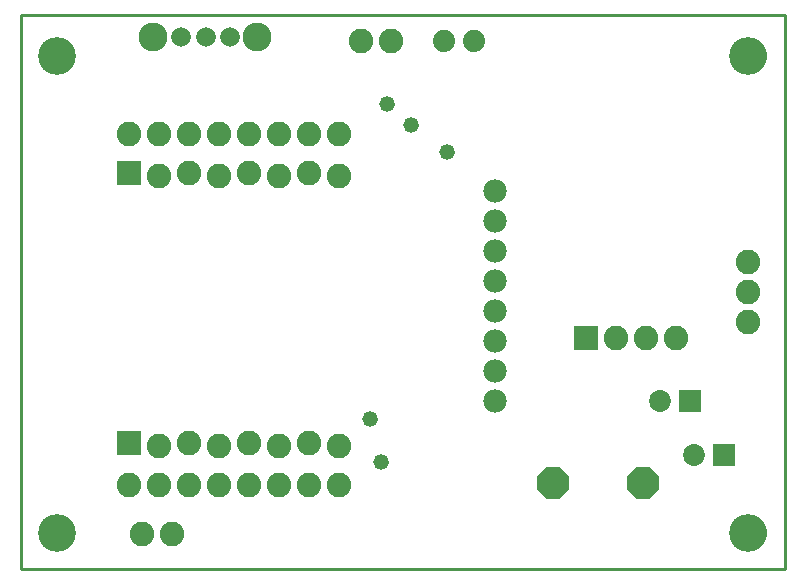
<source format=gbs>
G75*
%MOIN*%
%OFA0B0*%
%FSLAX25Y25*%
%IPPOS*%
%LPD*%
%AMOC8*
5,1,8,0,0,1.08239X$1,22.5*
%
%ADD10C,0.01000*%
%ADD11C,0.00000*%
%ADD12C,0.12611*%
%ADD13C,0.08200*%
%ADD14C,0.07400*%
%ADD15R,0.08200X0.08200*%
%ADD16C,0.07800*%
%ADD17OC8,0.10800*%
%ADD18C,0.06550*%
%ADD19C,0.09658*%
%ADD20R,0.07300X0.07300*%
%ADD21C,0.07300*%
%ADD22C,0.05200*%
D10*
X0072300Y0018800D02*
X0072300Y0203261D01*
X0327200Y0203261D01*
X0327200Y0018800D01*
X0072300Y0018800D01*
D11*
X0078394Y0030800D02*
X0078396Y0030953D01*
X0078402Y0031107D01*
X0078412Y0031260D01*
X0078426Y0031412D01*
X0078444Y0031565D01*
X0078466Y0031716D01*
X0078491Y0031867D01*
X0078521Y0032018D01*
X0078555Y0032168D01*
X0078592Y0032316D01*
X0078633Y0032464D01*
X0078678Y0032610D01*
X0078727Y0032756D01*
X0078780Y0032900D01*
X0078836Y0033042D01*
X0078896Y0033183D01*
X0078960Y0033323D01*
X0079027Y0033461D01*
X0079098Y0033597D01*
X0079173Y0033731D01*
X0079250Y0033863D01*
X0079332Y0033993D01*
X0079416Y0034121D01*
X0079504Y0034247D01*
X0079595Y0034370D01*
X0079689Y0034491D01*
X0079787Y0034609D01*
X0079887Y0034725D01*
X0079991Y0034838D01*
X0080097Y0034949D01*
X0080206Y0035057D01*
X0080318Y0035162D01*
X0080432Y0035263D01*
X0080550Y0035362D01*
X0080669Y0035458D01*
X0080791Y0035551D01*
X0080916Y0035640D01*
X0081043Y0035727D01*
X0081172Y0035809D01*
X0081303Y0035889D01*
X0081436Y0035965D01*
X0081571Y0036038D01*
X0081708Y0036107D01*
X0081847Y0036172D01*
X0081987Y0036234D01*
X0082129Y0036292D01*
X0082272Y0036347D01*
X0082417Y0036398D01*
X0082563Y0036445D01*
X0082710Y0036488D01*
X0082858Y0036527D01*
X0083007Y0036563D01*
X0083157Y0036594D01*
X0083308Y0036622D01*
X0083459Y0036646D01*
X0083612Y0036666D01*
X0083764Y0036682D01*
X0083917Y0036694D01*
X0084070Y0036702D01*
X0084223Y0036706D01*
X0084377Y0036706D01*
X0084530Y0036702D01*
X0084683Y0036694D01*
X0084836Y0036682D01*
X0084988Y0036666D01*
X0085141Y0036646D01*
X0085292Y0036622D01*
X0085443Y0036594D01*
X0085593Y0036563D01*
X0085742Y0036527D01*
X0085890Y0036488D01*
X0086037Y0036445D01*
X0086183Y0036398D01*
X0086328Y0036347D01*
X0086471Y0036292D01*
X0086613Y0036234D01*
X0086753Y0036172D01*
X0086892Y0036107D01*
X0087029Y0036038D01*
X0087164Y0035965D01*
X0087297Y0035889D01*
X0087428Y0035809D01*
X0087557Y0035727D01*
X0087684Y0035640D01*
X0087809Y0035551D01*
X0087931Y0035458D01*
X0088050Y0035362D01*
X0088168Y0035263D01*
X0088282Y0035162D01*
X0088394Y0035057D01*
X0088503Y0034949D01*
X0088609Y0034838D01*
X0088713Y0034725D01*
X0088813Y0034609D01*
X0088911Y0034491D01*
X0089005Y0034370D01*
X0089096Y0034247D01*
X0089184Y0034121D01*
X0089268Y0033993D01*
X0089350Y0033863D01*
X0089427Y0033731D01*
X0089502Y0033597D01*
X0089573Y0033461D01*
X0089640Y0033323D01*
X0089704Y0033183D01*
X0089764Y0033042D01*
X0089820Y0032900D01*
X0089873Y0032756D01*
X0089922Y0032610D01*
X0089967Y0032464D01*
X0090008Y0032316D01*
X0090045Y0032168D01*
X0090079Y0032018D01*
X0090109Y0031867D01*
X0090134Y0031716D01*
X0090156Y0031565D01*
X0090174Y0031412D01*
X0090188Y0031260D01*
X0090198Y0031107D01*
X0090204Y0030953D01*
X0090206Y0030800D01*
X0090204Y0030647D01*
X0090198Y0030493D01*
X0090188Y0030340D01*
X0090174Y0030188D01*
X0090156Y0030035D01*
X0090134Y0029884D01*
X0090109Y0029733D01*
X0090079Y0029582D01*
X0090045Y0029432D01*
X0090008Y0029284D01*
X0089967Y0029136D01*
X0089922Y0028990D01*
X0089873Y0028844D01*
X0089820Y0028700D01*
X0089764Y0028558D01*
X0089704Y0028417D01*
X0089640Y0028277D01*
X0089573Y0028139D01*
X0089502Y0028003D01*
X0089427Y0027869D01*
X0089350Y0027737D01*
X0089268Y0027607D01*
X0089184Y0027479D01*
X0089096Y0027353D01*
X0089005Y0027230D01*
X0088911Y0027109D01*
X0088813Y0026991D01*
X0088713Y0026875D01*
X0088609Y0026762D01*
X0088503Y0026651D01*
X0088394Y0026543D01*
X0088282Y0026438D01*
X0088168Y0026337D01*
X0088050Y0026238D01*
X0087931Y0026142D01*
X0087809Y0026049D01*
X0087684Y0025960D01*
X0087557Y0025873D01*
X0087428Y0025791D01*
X0087297Y0025711D01*
X0087164Y0025635D01*
X0087029Y0025562D01*
X0086892Y0025493D01*
X0086753Y0025428D01*
X0086613Y0025366D01*
X0086471Y0025308D01*
X0086328Y0025253D01*
X0086183Y0025202D01*
X0086037Y0025155D01*
X0085890Y0025112D01*
X0085742Y0025073D01*
X0085593Y0025037D01*
X0085443Y0025006D01*
X0085292Y0024978D01*
X0085141Y0024954D01*
X0084988Y0024934D01*
X0084836Y0024918D01*
X0084683Y0024906D01*
X0084530Y0024898D01*
X0084377Y0024894D01*
X0084223Y0024894D01*
X0084070Y0024898D01*
X0083917Y0024906D01*
X0083764Y0024918D01*
X0083612Y0024934D01*
X0083459Y0024954D01*
X0083308Y0024978D01*
X0083157Y0025006D01*
X0083007Y0025037D01*
X0082858Y0025073D01*
X0082710Y0025112D01*
X0082563Y0025155D01*
X0082417Y0025202D01*
X0082272Y0025253D01*
X0082129Y0025308D01*
X0081987Y0025366D01*
X0081847Y0025428D01*
X0081708Y0025493D01*
X0081571Y0025562D01*
X0081436Y0025635D01*
X0081303Y0025711D01*
X0081172Y0025791D01*
X0081043Y0025873D01*
X0080916Y0025960D01*
X0080791Y0026049D01*
X0080669Y0026142D01*
X0080550Y0026238D01*
X0080432Y0026337D01*
X0080318Y0026438D01*
X0080206Y0026543D01*
X0080097Y0026651D01*
X0079991Y0026762D01*
X0079887Y0026875D01*
X0079787Y0026991D01*
X0079689Y0027109D01*
X0079595Y0027230D01*
X0079504Y0027353D01*
X0079416Y0027479D01*
X0079332Y0027607D01*
X0079250Y0027737D01*
X0079173Y0027869D01*
X0079098Y0028003D01*
X0079027Y0028139D01*
X0078960Y0028277D01*
X0078896Y0028417D01*
X0078836Y0028558D01*
X0078780Y0028700D01*
X0078727Y0028844D01*
X0078678Y0028990D01*
X0078633Y0029136D01*
X0078592Y0029284D01*
X0078555Y0029432D01*
X0078521Y0029582D01*
X0078491Y0029733D01*
X0078466Y0029884D01*
X0078444Y0030035D01*
X0078426Y0030188D01*
X0078412Y0030340D01*
X0078402Y0030493D01*
X0078396Y0030647D01*
X0078394Y0030800D01*
X0308894Y0030800D02*
X0308896Y0030953D01*
X0308902Y0031107D01*
X0308912Y0031260D01*
X0308926Y0031412D01*
X0308944Y0031565D01*
X0308966Y0031716D01*
X0308991Y0031867D01*
X0309021Y0032018D01*
X0309055Y0032168D01*
X0309092Y0032316D01*
X0309133Y0032464D01*
X0309178Y0032610D01*
X0309227Y0032756D01*
X0309280Y0032900D01*
X0309336Y0033042D01*
X0309396Y0033183D01*
X0309460Y0033323D01*
X0309527Y0033461D01*
X0309598Y0033597D01*
X0309673Y0033731D01*
X0309750Y0033863D01*
X0309832Y0033993D01*
X0309916Y0034121D01*
X0310004Y0034247D01*
X0310095Y0034370D01*
X0310189Y0034491D01*
X0310287Y0034609D01*
X0310387Y0034725D01*
X0310491Y0034838D01*
X0310597Y0034949D01*
X0310706Y0035057D01*
X0310818Y0035162D01*
X0310932Y0035263D01*
X0311050Y0035362D01*
X0311169Y0035458D01*
X0311291Y0035551D01*
X0311416Y0035640D01*
X0311543Y0035727D01*
X0311672Y0035809D01*
X0311803Y0035889D01*
X0311936Y0035965D01*
X0312071Y0036038D01*
X0312208Y0036107D01*
X0312347Y0036172D01*
X0312487Y0036234D01*
X0312629Y0036292D01*
X0312772Y0036347D01*
X0312917Y0036398D01*
X0313063Y0036445D01*
X0313210Y0036488D01*
X0313358Y0036527D01*
X0313507Y0036563D01*
X0313657Y0036594D01*
X0313808Y0036622D01*
X0313959Y0036646D01*
X0314112Y0036666D01*
X0314264Y0036682D01*
X0314417Y0036694D01*
X0314570Y0036702D01*
X0314723Y0036706D01*
X0314877Y0036706D01*
X0315030Y0036702D01*
X0315183Y0036694D01*
X0315336Y0036682D01*
X0315488Y0036666D01*
X0315641Y0036646D01*
X0315792Y0036622D01*
X0315943Y0036594D01*
X0316093Y0036563D01*
X0316242Y0036527D01*
X0316390Y0036488D01*
X0316537Y0036445D01*
X0316683Y0036398D01*
X0316828Y0036347D01*
X0316971Y0036292D01*
X0317113Y0036234D01*
X0317253Y0036172D01*
X0317392Y0036107D01*
X0317529Y0036038D01*
X0317664Y0035965D01*
X0317797Y0035889D01*
X0317928Y0035809D01*
X0318057Y0035727D01*
X0318184Y0035640D01*
X0318309Y0035551D01*
X0318431Y0035458D01*
X0318550Y0035362D01*
X0318668Y0035263D01*
X0318782Y0035162D01*
X0318894Y0035057D01*
X0319003Y0034949D01*
X0319109Y0034838D01*
X0319213Y0034725D01*
X0319313Y0034609D01*
X0319411Y0034491D01*
X0319505Y0034370D01*
X0319596Y0034247D01*
X0319684Y0034121D01*
X0319768Y0033993D01*
X0319850Y0033863D01*
X0319927Y0033731D01*
X0320002Y0033597D01*
X0320073Y0033461D01*
X0320140Y0033323D01*
X0320204Y0033183D01*
X0320264Y0033042D01*
X0320320Y0032900D01*
X0320373Y0032756D01*
X0320422Y0032610D01*
X0320467Y0032464D01*
X0320508Y0032316D01*
X0320545Y0032168D01*
X0320579Y0032018D01*
X0320609Y0031867D01*
X0320634Y0031716D01*
X0320656Y0031565D01*
X0320674Y0031412D01*
X0320688Y0031260D01*
X0320698Y0031107D01*
X0320704Y0030953D01*
X0320706Y0030800D01*
X0320704Y0030647D01*
X0320698Y0030493D01*
X0320688Y0030340D01*
X0320674Y0030188D01*
X0320656Y0030035D01*
X0320634Y0029884D01*
X0320609Y0029733D01*
X0320579Y0029582D01*
X0320545Y0029432D01*
X0320508Y0029284D01*
X0320467Y0029136D01*
X0320422Y0028990D01*
X0320373Y0028844D01*
X0320320Y0028700D01*
X0320264Y0028558D01*
X0320204Y0028417D01*
X0320140Y0028277D01*
X0320073Y0028139D01*
X0320002Y0028003D01*
X0319927Y0027869D01*
X0319850Y0027737D01*
X0319768Y0027607D01*
X0319684Y0027479D01*
X0319596Y0027353D01*
X0319505Y0027230D01*
X0319411Y0027109D01*
X0319313Y0026991D01*
X0319213Y0026875D01*
X0319109Y0026762D01*
X0319003Y0026651D01*
X0318894Y0026543D01*
X0318782Y0026438D01*
X0318668Y0026337D01*
X0318550Y0026238D01*
X0318431Y0026142D01*
X0318309Y0026049D01*
X0318184Y0025960D01*
X0318057Y0025873D01*
X0317928Y0025791D01*
X0317797Y0025711D01*
X0317664Y0025635D01*
X0317529Y0025562D01*
X0317392Y0025493D01*
X0317253Y0025428D01*
X0317113Y0025366D01*
X0316971Y0025308D01*
X0316828Y0025253D01*
X0316683Y0025202D01*
X0316537Y0025155D01*
X0316390Y0025112D01*
X0316242Y0025073D01*
X0316093Y0025037D01*
X0315943Y0025006D01*
X0315792Y0024978D01*
X0315641Y0024954D01*
X0315488Y0024934D01*
X0315336Y0024918D01*
X0315183Y0024906D01*
X0315030Y0024898D01*
X0314877Y0024894D01*
X0314723Y0024894D01*
X0314570Y0024898D01*
X0314417Y0024906D01*
X0314264Y0024918D01*
X0314112Y0024934D01*
X0313959Y0024954D01*
X0313808Y0024978D01*
X0313657Y0025006D01*
X0313507Y0025037D01*
X0313358Y0025073D01*
X0313210Y0025112D01*
X0313063Y0025155D01*
X0312917Y0025202D01*
X0312772Y0025253D01*
X0312629Y0025308D01*
X0312487Y0025366D01*
X0312347Y0025428D01*
X0312208Y0025493D01*
X0312071Y0025562D01*
X0311936Y0025635D01*
X0311803Y0025711D01*
X0311672Y0025791D01*
X0311543Y0025873D01*
X0311416Y0025960D01*
X0311291Y0026049D01*
X0311169Y0026142D01*
X0311050Y0026238D01*
X0310932Y0026337D01*
X0310818Y0026438D01*
X0310706Y0026543D01*
X0310597Y0026651D01*
X0310491Y0026762D01*
X0310387Y0026875D01*
X0310287Y0026991D01*
X0310189Y0027109D01*
X0310095Y0027230D01*
X0310004Y0027353D01*
X0309916Y0027479D01*
X0309832Y0027607D01*
X0309750Y0027737D01*
X0309673Y0027869D01*
X0309598Y0028003D01*
X0309527Y0028139D01*
X0309460Y0028277D01*
X0309396Y0028417D01*
X0309336Y0028558D01*
X0309280Y0028700D01*
X0309227Y0028844D01*
X0309178Y0028990D01*
X0309133Y0029136D01*
X0309092Y0029284D01*
X0309055Y0029432D01*
X0309021Y0029582D01*
X0308991Y0029733D01*
X0308966Y0029884D01*
X0308944Y0030035D01*
X0308926Y0030188D01*
X0308912Y0030340D01*
X0308902Y0030493D01*
X0308896Y0030647D01*
X0308894Y0030800D01*
X0308894Y0189800D02*
X0308896Y0189953D01*
X0308902Y0190107D01*
X0308912Y0190260D01*
X0308926Y0190412D01*
X0308944Y0190565D01*
X0308966Y0190716D01*
X0308991Y0190867D01*
X0309021Y0191018D01*
X0309055Y0191168D01*
X0309092Y0191316D01*
X0309133Y0191464D01*
X0309178Y0191610D01*
X0309227Y0191756D01*
X0309280Y0191900D01*
X0309336Y0192042D01*
X0309396Y0192183D01*
X0309460Y0192323D01*
X0309527Y0192461D01*
X0309598Y0192597D01*
X0309673Y0192731D01*
X0309750Y0192863D01*
X0309832Y0192993D01*
X0309916Y0193121D01*
X0310004Y0193247D01*
X0310095Y0193370D01*
X0310189Y0193491D01*
X0310287Y0193609D01*
X0310387Y0193725D01*
X0310491Y0193838D01*
X0310597Y0193949D01*
X0310706Y0194057D01*
X0310818Y0194162D01*
X0310932Y0194263D01*
X0311050Y0194362D01*
X0311169Y0194458D01*
X0311291Y0194551D01*
X0311416Y0194640D01*
X0311543Y0194727D01*
X0311672Y0194809D01*
X0311803Y0194889D01*
X0311936Y0194965D01*
X0312071Y0195038D01*
X0312208Y0195107D01*
X0312347Y0195172D01*
X0312487Y0195234D01*
X0312629Y0195292D01*
X0312772Y0195347D01*
X0312917Y0195398D01*
X0313063Y0195445D01*
X0313210Y0195488D01*
X0313358Y0195527D01*
X0313507Y0195563D01*
X0313657Y0195594D01*
X0313808Y0195622D01*
X0313959Y0195646D01*
X0314112Y0195666D01*
X0314264Y0195682D01*
X0314417Y0195694D01*
X0314570Y0195702D01*
X0314723Y0195706D01*
X0314877Y0195706D01*
X0315030Y0195702D01*
X0315183Y0195694D01*
X0315336Y0195682D01*
X0315488Y0195666D01*
X0315641Y0195646D01*
X0315792Y0195622D01*
X0315943Y0195594D01*
X0316093Y0195563D01*
X0316242Y0195527D01*
X0316390Y0195488D01*
X0316537Y0195445D01*
X0316683Y0195398D01*
X0316828Y0195347D01*
X0316971Y0195292D01*
X0317113Y0195234D01*
X0317253Y0195172D01*
X0317392Y0195107D01*
X0317529Y0195038D01*
X0317664Y0194965D01*
X0317797Y0194889D01*
X0317928Y0194809D01*
X0318057Y0194727D01*
X0318184Y0194640D01*
X0318309Y0194551D01*
X0318431Y0194458D01*
X0318550Y0194362D01*
X0318668Y0194263D01*
X0318782Y0194162D01*
X0318894Y0194057D01*
X0319003Y0193949D01*
X0319109Y0193838D01*
X0319213Y0193725D01*
X0319313Y0193609D01*
X0319411Y0193491D01*
X0319505Y0193370D01*
X0319596Y0193247D01*
X0319684Y0193121D01*
X0319768Y0192993D01*
X0319850Y0192863D01*
X0319927Y0192731D01*
X0320002Y0192597D01*
X0320073Y0192461D01*
X0320140Y0192323D01*
X0320204Y0192183D01*
X0320264Y0192042D01*
X0320320Y0191900D01*
X0320373Y0191756D01*
X0320422Y0191610D01*
X0320467Y0191464D01*
X0320508Y0191316D01*
X0320545Y0191168D01*
X0320579Y0191018D01*
X0320609Y0190867D01*
X0320634Y0190716D01*
X0320656Y0190565D01*
X0320674Y0190412D01*
X0320688Y0190260D01*
X0320698Y0190107D01*
X0320704Y0189953D01*
X0320706Y0189800D01*
X0320704Y0189647D01*
X0320698Y0189493D01*
X0320688Y0189340D01*
X0320674Y0189188D01*
X0320656Y0189035D01*
X0320634Y0188884D01*
X0320609Y0188733D01*
X0320579Y0188582D01*
X0320545Y0188432D01*
X0320508Y0188284D01*
X0320467Y0188136D01*
X0320422Y0187990D01*
X0320373Y0187844D01*
X0320320Y0187700D01*
X0320264Y0187558D01*
X0320204Y0187417D01*
X0320140Y0187277D01*
X0320073Y0187139D01*
X0320002Y0187003D01*
X0319927Y0186869D01*
X0319850Y0186737D01*
X0319768Y0186607D01*
X0319684Y0186479D01*
X0319596Y0186353D01*
X0319505Y0186230D01*
X0319411Y0186109D01*
X0319313Y0185991D01*
X0319213Y0185875D01*
X0319109Y0185762D01*
X0319003Y0185651D01*
X0318894Y0185543D01*
X0318782Y0185438D01*
X0318668Y0185337D01*
X0318550Y0185238D01*
X0318431Y0185142D01*
X0318309Y0185049D01*
X0318184Y0184960D01*
X0318057Y0184873D01*
X0317928Y0184791D01*
X0317797Y0184711D01*
X0317664Y0184635D01*
X0317529Y0184562D01*
X0317392Y0184493D01*
X0317253Y0184428D01*
X0317113Y0184366D01*
X0316971Y0184308D01*
X0316828Y0184253D01*
X0316683Y0184202D01*
X0316537Y0184155D01*
X0316390Y0184112D01*
X0316242Y0184073D01*
X0316093Y0184037D01*
X0315943Y0184006D01*
X0315792Y0183978D01*
X0315641Y0183954D01*
X0315488Y0183934D01*
X0315336Y0183918D01*
X0315183Y0183906D01*
X0315030Y0183898D01*
X0314877Y0183894D01*
X0314723Y0183894D01*
X0314570Y0183898D01*
X0314417Y0183906D01*
X0314264Y0183918D01*
X0314112Y0183934D01*
X0313959Y0183954D01*
X0313808Y0183978D01*
X0313657Y0184006D01*
X0313507Y0184037D01*
X0313358Y0184073D01*
X0313210Y0184112D01*
X0313063Y0184155D01*
X0312917Y0184202D01*
X0312772Y0184253D01*
X0312629Y0184308D01*
X0312487Y0184366D01*
X0312347Y0184428D01*
X0312208Y0184493D01*
X0312071Y0184562D01*
X0311936Y0184635D01*
X0311803Y0184711D01*
X0311672Y0184791D01*
X0311543Y0184873D01*
X0311416Y0184960D01*
X0311291Y0185049D01*
X0311169Y0185142D01*
X0311050Y0185238D01*
X0310932Y0185337D01*
X0310818Y0185438D01*
X0310706Y0185543D01*
X0310597Y0185651D01*
X0310491Y0185762D01*
X0310387Y0185875D01*
X0310287Y0185991D01*
X0310189Y0186109D01*
X0310095Y0186230D01*
X0310004Y0186353D01*
X0309916Y0186479D01*
X0309832Y0186607D01*
X0309750Y0186737D01*
X0309673Y0186869D01*
X0309598Y0187003D01*
X0309527Y0187139D01*
X0309460Y0187277D01*
X0309396Y0187417D01*
X0309336Y0187558D01*
X0309280Y0187700D01*
X0309227Y0187844D01*
X0309178Y0187990D01*
X0309133Y0188136D01*
X0309092Y0188284D01*
X0309055Y0188432D01*
X0309021Y0188582D01*
X0308991Y0188733D01*
X0308966Y0188884D01*
X0308944Y0189035D01*
X0308926Y0189188D01*
X0308912Y0189340D01*
X0308902Y0189493D01*
X0308896Y0189647D01*
X0308894Y0189800D01*
X0078394Y0189800D02*
X0078396Y0189953D01*
X0078402Y0190107D01*
X0078412Y0190260D01*
X0078426Y0190412D01*
X0078444Y0190565D01*
X0078466Y0190716D01*
X0078491Y0190867D01*
X0078521Y0191018D01*
X0078555Y0191168D01*
X0078592Y0191316D01*
X0078633Y0191464D01*
X0078678Y0191610D01*
X0078727Y0191756D01*
X0078780Y0191900D01*
X0078836Y0192042D01*
X0078896Y0192183D01*
X0078960Y0192323D01*
X0079027Y0192461D01*
X0079098Y0192597D01*
X0079173Y0192731D01*
X0079250Y0192863D01*
X0079332Y0192993D01*
X0079416Y0193121D01*
X0079504Y0193247D01*
X0079595Y0193370D01*
X0079689Y0193491D01*
X0079787Y0193609D01*
X0079887Y0193725D01*
X0079991Y0193838D01*
X0080097Y0193949D01*
X0080206Y0194057D01*
X0080318Y0194162D01*
X0080432Y0194263D01*
X0080550Y0194362D01*
X0080669Y0194458D01*
X0080791Y0194551D01*
X0080916Y0194640D01*
X0081043Y0194727D01*
X0081172Y0194809D01*
X0081303Y0194889D01*
X0081436Y0194965D01*
X0081571Y0195038D01*
X0081708Y0195107D01*
X0081847Y0195172D01*
X0081987Y0195234D01*
X0082129Y0195292D01*
X0082272Y0195347D01*
X0082417Y0195398D01*
X0082563Y0195445D01*
X0082710Y0195488D01*
X0082858Y0195527D01*
X0083007Y0195563D01*
X0083157Y0195594D01*
X0083308Y0195622D01*
X0083459Y0195646D01*
X0083612Y0195666D01*
X0083764Y0195682D01*
X0083917Y0195694D01*
X0084070Y0195702D01*
X0084223Y0195706D01*
X0084377Y0195706D01*
X0084530Y0195702D01*
X0084683Y0195694D01*
X0084836Y0195682D01*
X0084988Y0195666D01*
X0085141Y0195646D01*
X0085292Y0195622D01*
X0085443Y0195594D01*
X0085593Y0195563D01*
X0085742Y0195527D01*
X0085890Y0195488D01*
X0086037Y0195445D01*
X0086183Y0195398D01*
X0086328Y0195347D01*
X0086471Y0195292D01*
X0086613Y0195234D01*
X0086753Y0195172D01*
X0086892Y0195107D01*
X0087029Y0195038D01*
X0087164Y0194965D01*
X0087297Y0194889D01*
X0087428Y0194809D01*
X0087557Y0194727D01*
X0087684Y0194640D01*
X0087809Y0194551D01*
X0087931Y0194458D01*
X0088050Y0194362D01*
X0088168Y0194263D01*
X0088282Y0194162D01*
X0088394Y0194057D01*
X0088503Y0193949D01*
X0088609Y0193838D01*
X0088713Y0193725D01*
X0088813Y0193609D01*
X0088911Y0193491D01*
X0089005Y0193370D01*
X0089096Y0193247D01*
X0089184Y0193121D01*
X0089268Y0192993D01*
X0089350Y0192863D01*
X0089427Y0192731D01*
X0089502Y0192597D01*
X0089573Y0192461D01*
X0089640Y0192323D01*
X0089704Y0192183D01*
X0089764Y0192042D01*
X0089820Y0191900D01*
X0089873Y0191756D01*
X0089922Y0191610D01*
X0089967Y0191464D01*
X0090008Y0191316D01*
X0090045Y0191168D01*
X0090079Y0191018D01*
X0090109Y0190867D01*
X0090134Y0190716D01*
X0090156Y0190565D01*
X0090174Y0190412D01*
X0090188Y0190260D01*
X0090198Y0190107D01*
X0090204Y0189953D01*
X0090206Y0189800D01*
X0090204Y0189647D01*
X0090198Y0189493D01*
X0090188Y0189340D01*
X0090174Y0189188D01*
X0090156Y0189035D01*
X0090134Y0188884D01*
X0090109Y0188733D01*
X0090079Y0188582D01*
X0090045Y0188432D01*
X0090008Y0188284D01*
X0089967Y0188136D01*
X0089922Y0187990D01*
X0089873Y0187844D01*
X0089820Y0187700D01*
X0089764Y0187558D01*
X0089704Y0187417D01*
X0089640Y0187277D01*
X0089573Y0187139D01*
X0089502Y0187003D01*
X0089427Y0186869D01*
X0089350Y0186737D01*
X0089268Y0186607D01*
X0089184Y0186479D01*
X0089096Y0186353D01*
X0089005Y0186230D01*
X0088911Y0186109D01*
X0088813Y0185991D01*
X0088713Y0185875D01*
X0088609Y0185762D01*
X0088503Y0185651D01*
X0088394Y0185543D01*
X0088282Y0185438D01*
X0088168Y0185337D01*
X0088050Y0185238D01*
X0087931Y0185142D01*
X0087809Y0185049D01*
X0087684Y0184960D01*
X0087557Y0184873D01*
X0087428Y0184791D01*
X0087297Y0184711D01*
X0087164Y0184635D01*
X0087029Y0184562D01*
X0086892Y0184493D01*
X0086753Y0184428D01*
X0086613Y0184366D01*
X0086471Y0184308D01*
X0086328Y0184253D01*
X0086183Y0184202D01*
X0086037Y0184155D01*
X0085890Y0184112D01*
X0085742Y0184073D01*
X0085593Y0184037D01*
X0085443Y0184006D01*
X0085292Y0183978D01*
X0085141Y0183954D01*
X0084988Y0183934D01*
X0084836Y0183918D01*
X0084683Y0183906D01*
X0084530Y0183898D01*
X0084377Y0183894D01*
X0084223Y0183894D01*
X0084070Y0183898D01*
X0083917Y0183906D01*
X0083764Y0183918D01*
X0083612Y0183934D01*
X0083459Y0183954D01*
X0083308Y0183978D01*
X0083157Y0184006D01*
X0083007Y0184037D01*
X0082858Y0184073D01*
X0082710Y0184112D01*
X0082563Y0184155D01*
X0082417Y0184202D01*
X0082272Y0184253D01*
X0082129Y0184308D01*
X0081987Y0184366D01*
X0081847Y0184428D01*
X0081708Y0184493D01*
X0081571Y0184562D01*
X0081436Y0184635D01*
X0081303Y0184711D01*
X0081172Y0184791D01*
X0081043Y0184873D01*
X0080916Y0184960D01*
X0080791Y0185049D01*
X0080669Y0185142D01*
X0080550Y0185238D01*
X0080432Y0185337D01*
X0080318Y0185438D01*
X0080206Y0185543D01*
X0080097Y0185651D01*
X0079991Y0185762D01*
X0079887Y0185875D01*
X0079787Y0185991D01*
X0079689Y0186109D01*
X0079595Y0186230D01*
X0079504Y0186353D01*
X0079416Y0186479D01*
X0079332Y0186607D01*
X0079250Y0186737D01*
X0079173Y0186869D01*
X0079098Y0187003D01*
X0079027Y0187139D01*
X0078960Y0187277D01*
X0078896Y0187417D01*
X0078836Y0187558D01*
X0078780Y0187700D01*
X0078727Y0187844D01*
X0078678Y0187990D01*
X0078633Y0188136D01*
X0078592Y0188284D01*
X0078555Y0188432D01*
X0078521Y0188582D01*
X0078491Y0188733D01*
X0078466Y0188884D01*
X0078444Y0189035D01*
X0078426Y0189188D01*
X0078412Y0189340D01*
X0078402Y0189493D01*
X0078396Y0189647D01*
X0078394Y0189800D01*
D12*
X0084300Y0189800D03*
X0314800Y0189800D03*
X0314800Y0030800D03*
X0084300Y0030800D03*
D13*
X0108300Y0046800D03*
X0118300Y0046800D03*
X0128300Y0046800D03*
X0138300Y0046800D03*
X0148300Y0046800D03*
X0158300Y0046800D03*
X0168300Y0046800D03*
X0178300Y0046800D03*
X0178300Y0059800D03*
X0168300Y0060800D03*
X0158300Y0059800D03*
X0148300Y0060800D03*
X0138300Y0059800D03*
X0128300Y0060800D03*
X0118300Y0059800D03*
X0122800Y0030300D03*
X0112800Y0030300D03*
X0270800Y0095800D03*
X0280800Y0095800D03*
X0290800Y0095800D03*
X0314800Y0101000D03*
X0314800Y0111000D03*
X0314800Y0121000D03*
X0195800Y0194800D03*
X0185800Y0194800D03*
X0178300Y0163800D03*
X0168300Y0163800D03*
X0158300Y0163800D03*
X0148300Y0163800D03*
X0138300Y0163800D03*
X0128300Y0163800D03*
X0118300Y0163800D03*
X0108300Y0163800D03*
X0118300Y0149800D03*
X0128300Y0150800D03*
X0138300Y0149800D03*
X0148300Y0150800D03*
X0158300Y0149800D03*
X0168300Y0150800D03*
X0178300Y0149800D03*
D14*
X0213485Y0194800D03*
X0223328Y0194800D03*
D15*
X0108300Y0150800D03*
X0108300Y0060800D03*
X0260800Y0095800D03*
D16*
X0230457Y0094713D03*
X0230457Y0104713D03*
X0230457Y0114713D03*
X0230457Y0124713D03*
X0230457Y0134713D03*
X0230457Y0144713D03*
X0230457Y0084713D03*
X0230457Y0074713D03*
D17*
X0249800Y0047300D03*
X0279800Y0047300D03*
D18*
X0142174Y0196000D03*
X0134100Y0196000D03*
X0125570Y0196000D03*
D19*
X0116515Y0195850D03*
X0150942Y0196000D03*
D20*
X0295300Y0074800D03*
X0306800Y0056800D03*
D21*
X0296800Y0056800D03*
X0285300Y0074800D03*
D22*
X0192300Y0054300D03*
X0188800Y0068800D03*
X0214300Y0157800D03*
X0202300Y0166800D03*
X0194300Y0173800D03*
M02*

</source>
